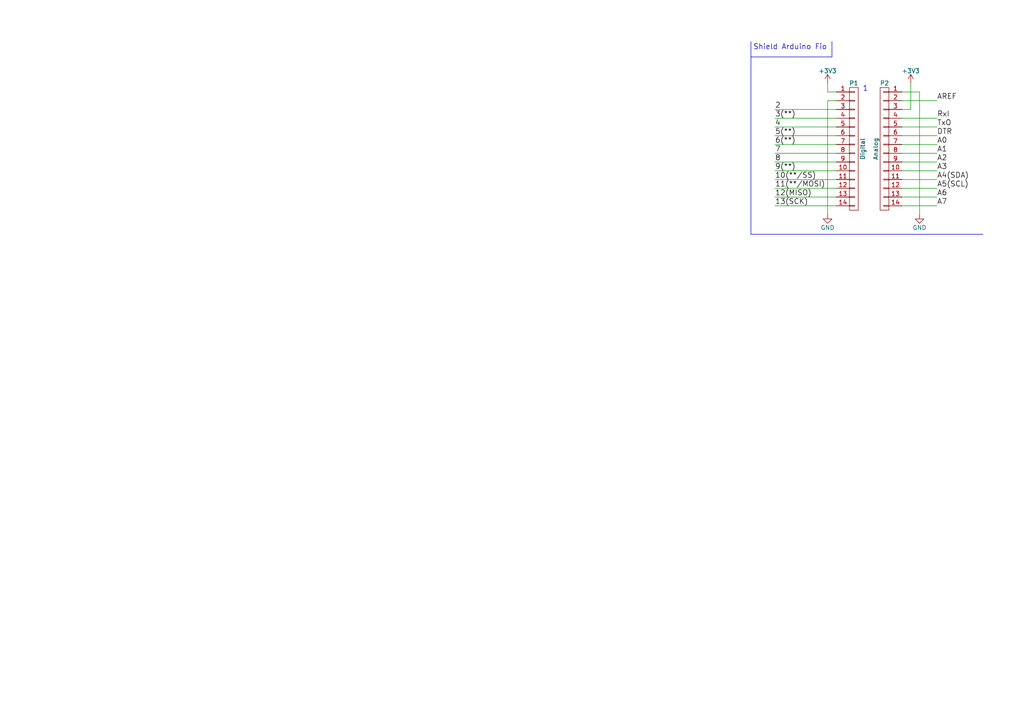
<source format=kicad_sch>
(kicad_sch (version 20230121) (generator eeschema)
  (paper "A4")
  (title_block (date "sam. 04 avril 2015"))
  (lib_symbols
    (symbol "Arduino_Fio-rescue:+3.3V" (power) (pin_names (offset 0))
      (property "Value" "+3.3V" (at 0 3.556 0))
      (symbol "+3.3V_0_1"
        (polyline (pts (xy -0.762 1.27) (xy 0 2.54)))
        (polyline (pts (xy 0 0) (xy 0 2.54)))
        (polyline (pts (xy 0 2.54) (xy 0.762 1.27)))
      )
      (symbol "+3.3V_1_1"
        (pin power_in line (at 0 0 90) (length 0) hide (name "+3V3") (number "1"))
      )
    )
    (symbol "Arduino_Fio-rescue:CONN_01X14" (pin_names (offset 1.016) hide)
      (property "Reference" "P" (at 0 19.05 0))
      (property "Value" "CONN_01X14" (at 2.54 0 90))
      (symbol "CONN_01X14_0_1"
        (rectangle (start -1.27 -16.383) (end 0.254 -16.637))
        (rectangle (start -1.27 -13.843) (end 0.254 -14.097))
        (rectangle (start -1.27 -11.303) (end 0.254 -11.557))
        (rectangle (start -1.27 -8.763) (end 0.254 -9.017))
        (rectangle (start -1.27 -6.223) (end 0.254 -6.477))
        (rectangle (start -1.27 -3.683) (end 0.254 -3.937))
        (rectangle (start -1.27 -1.143) (end 0.254 -1.397))
        (rectangle (start -1.27 1.397) (end 0.254 1.143))
        (rectangle (start -1.27 3.937) (end 0.254 3.683))
        (rectangle (start -1.27 6.477) (end 0.254 6.223))
        (rectangle (start -1.27 9.017) (end 0.254 8.763))
        (rectangle (start -1.27 11.557) (end 0.254 11.303))
        (rectangle (start -1.27 14.097) (end 0.254 13.843))
        (rectangle (start -1.27 16.637) (end 0.254 16.383))
        (rectangle (start -1.27 17.78) (end 1.27 -17.78))
      )
      (symbol "CONN_01X14_1_1"
        (pin passive line (at -5.08 16.51 0) (length 3.81) (name "P1") (number "1"))
        (pin passive line (at -5.08 -6.35 0) (length 3.81) (name "P10") (number "10"))
        (pin passive line (at -5.08 -8.89 0) (length 3.81) (name "P11") (number "11"))
        (pin passive line (at -5.08 -11.43 0) (length 3.81) (name "P12") (number "12"))
        (pin passive line (at -5.08 -13.97 0) (length 3.81) (name "P13") (number "13"))
        (pin passive line (at -5.08 -16.51 0) (length 3.81) (name "P14") (number "14"))
        (pin passive line (at -5.08 13.97 0) (length 3.81) (name "P2") (number "2"))
        (pin passive line (at -5.08 11.43 0) (length 3.81) (name "P3") (number "3"))
        (pin passive line (at -5.08 8.89 0) (length 3.81) (name "P4") (number "4"))
        (pin passive line (at -5.08 6.35 0) (length 3.81) (name "P5") (number "5"))
        (pin passive line (at -5.08 3.81 0) (length 3.81) (name "P6") (number "6"))
        (pin passive line (at -5.08 1.27 0) (length 3.81) (name "P7") (number "7"))
        (pin passive line (at -5.08 -1.27 0) (length 3.81) (name "P8") (number "8"))
        (pin passive line (at -5.08 -3.81 0) (length 3.81) (name "P9") (number "9"))
      )
    )
    (symbol "Arduino_Fio-rescue:GND" (power) (pin_names (offset 0))
      (property "Value" "GND" (at 0 -3.81 0))
      (symbol "GND_0_1"
        (polyline (pts (xy 0 0) (xy 0 -1.27) (xy 1.27 -1.27) (xy 0 -2.54) (xy -1.27 -1.27) (xy 0 -1.27)))
      )
      (symbol "GND_1_1"
        (pin power_in line (at 0 0 270) (length 0) hide (name "GND") (number "1"))
      )
    )
  )
  (polyline (pts (xy 217.805 16.51) (xy 241.3 16.51)))
  (polyline (pts (xy 241.3 16.51) (xy 241.3 12.065)))
  (wire (pts (xy 271.78 36.83) (xy 261.62 36.83)))
  (wire (pts (xy 261.62 31.75) (xy 264.16 31.75)))
  (polyline (pts (xy 217.805 12.065) (xy 217.805 67.945)))
  (wire (pts (xy 240.03 29.21) (xy 240.03 62.23)))
  (wire (pts (xy 224.79 41.91) (xy 242.57 41.91)))
  (wire (pts (xy 240.03 26.67) (xy 240.03 24.13)))
  (wire (pts (xy 242.57 59.69) (xy 224.79 59.69)))
  (wire (pts (xy 261.62 44.45) (xy 271.78 44.45)))
  (wire (pts (xy 224.79 46.99) (xy 242.57 46.99)))
  (wire (pts (xy 261.62 26.67) (xy 266.7 26.67)))
  (wire (pts (xy 224.79 54.61) (xy 242.57 54.61)))
  (wire (pts (xy 224.79 31.75) (xy 242.57 31.75)))
  (wire (pts (xy 271.78 49.53) (xy 261.62 49.53)))
  (wire (pts (xy 271.78 52.07) (xy 261.62 52.07)))
  (wire (pts (xy 266.7 26.67) (xy 266.7 62.23)))
  (wire (pts (xy 271.78 41.91) (xy 261.62 41.91)))
  (polyline (pts (xy 217.805 67.945) (xy 285.115 67.945)))
  (wire (pts (xy 271.78 34.29) (xy 261.62 34.29)))
  (wire (pts (xy 242.57 39.37) (xy 224.79 39.37)))
  (wire (pts (xy 264.16 31.75) (xy 264.16 24.13)))
  (wire (pts (xy 271.78 57.15) (xy 261.62 57.15)))
  (wire (pts (xy 224.79 52.07) (xy 242.57 52.07)))
  (wire (pts (xy 224.79 34.29) (xy 242.57 34.29)))
  (wire (pts (xy 224.79 36.83) (xy 242.57 36.83)))
  (wire (pts (xy 271.78 59.69) (xy 261.62 59.69)))
  (wire (pts (xy 242.57 29.21) (xy 240.03 29.21)))
  (wire (pts (xy 261.62 54.61) (xy 271.78 54.61)))
  (wire (pts (xy 271.78 46.99) (xy 261.62 46.99)))
  (wire (pts (xy 261.62 29.21) (xy 271.78 29.21)))
  (wire (pts (xy 242.57 26.67) (xy 240.03 26.67)))
  (wire (pts (xy 224.79 44.45) (xy 242.57 44.45)))
  (wire (pts (xy 271.78 39.37) (xy 261.62 39.37)))
  (wire (pts (xy 224.79 57.15) (xy 242.57 57.15)))
  (wire (pts (xy 242.57 49.53) (xy 224.79 49.53)))
  (text "Shield Arduino Fio " (at 218.44 14.605 0) (effects (font (size 1.524 1.524)) (justify left bottom)))
  (text "1" (at 250.19 26.67 0) (effects (font (size 1.524 1.524)) (justify left bottom)))
  (label "5(**)" (at 224.79 39.37 0) (effects (font (size 1.524 1.524))))
  (label "2" (at 224.79 31.75 0) (effects (font (size 1.524 1.524))))
  (label "13(SCK)" (at 224.79 59.69 0) (effects (font (size 1.524 1.524))))
  (label "9(**)" (at 224.79 49.53 0) (effects (font (size 1.524 1.524))))
  (label "A0" (at 271.78 41.91 0) (effects (font (size 1.524 1.524))))
  (label "A5(SCL)" (at 271.78 54.61 0) (effects (font (size 1.524 1.524))))
  (label "A3" (at 271.78 49.53 0) (effects (font (size 1.524 1.524))))
  (label "7" (at 224.79 44.45 0) (effects (font (size 1.524 1.524))))
  (label "6(**)" (at 224.79 41.91 0) (effects (font (size 1.524 1.524))))
  (label "A2" (at 271.78 46.99 0) (effects (font (size 1.524 1.524))))
  (label "11(**/MOSI)" (at 224.79 54.61 0) (effects (font (size 1.524 1.524))))
  (label "A7" (at 271.78 59.69 0) (effects (font (size 1.524 1.524))))
  (label "A6" (at 271.78 57.15 0) (effects (font (size 1.524 1.524))))
  (label "12(MISO)" (at 224.79 57.15 0) (effects (font (size 1.524 1.524))))
  (label "TxO" (at 271.78 36.83 0) (effects (font (size 1.524 1.524))))
  (label "A1" (at 271.78 44.45 0) (effects (font (size 1.524 1.524))))
  (label "8" (at 224.79 46.99 0) (effects (font (size 1.524 1.524))))
  (label "4" (at 224.79 36.83 0) (effects (font (size 1.524 1.524))))
  (label "A4(SDA)" (at 271.78 52.07 0) (effects (font (size 1.524 1.524))))
  (label "RxI" (at 271.78 34.29 0) (effects (font (size 1.524 1.524))))
  (label "3(**)" (at 224.79 34.29 0) (effects (font (size 1.524 1.524))))
  (label "10(**/SS)" (at 224.79 52.07 0) (effects (font (size 1.524 1.524))))
  (label "AREF" (at 271.78 29.21 0) (effects (font (size 1.524 1.524))))
  (label "DTR" (at 271.78 39.37 0) (effects (font (size 1.524 1.524))))
  (symbol (lib_id "Arduino_Fio-rescue:CONN_01X14") (at 247.65 43.18 0) (unit 1)
    (property "Reference" "P1" (at 247.65 24.13 0))
    (property "Value" "Digital" (at 250.19 43.18 90))
    (property "Footprint" "Socket_Arduino_Fio:Socket_Strip_Straight_1x14" (effects hide))
  )
  (symbol (lib_id "Arduino_Fio-rescue:CONN_01X14") (at 256.54 43.18 0) (mirror y) (unit 1)
    (property "Reference" "P2" (at 256.54 24.13 0))
    (property "Value" "Analog" (at 254 43.18 90))
    (property "Footprint" "Socket_Arduino_Fio:Socket_Strip_Straight_1x14" (effects hide))
  )
  (symbol (lib_id "Arduino_Fio-rescue:+3.3V") (at 240.03 24.13 0) (unit 1)
    (property "Reference" "#PWR01" (effects hide))
    (property "Value" "+3.3V" (at 240.03 20.574 0))
  )
  (symbol (lib_id "Arduino_Fio-rescue:GND") (at 240.03 62.23 0) (unit 1)
    (property "Reference" "#PWR02" (effects hide))
    (property "Value" "GND" (at 240.03 66.04 0))
  )
  (symbol (lib_id "Arduino_Fio-rescue:+3.3V") (at 264.16 24.13 0) (unit 1)
    (property "Reference" "#PWR03" (effects hide))
    (property "Value" "+3.3V" (at 264.16 20.574 0))
  )
  (symbol (lib_id "Arduino_Fio-rescue:GND") (at 266.7 62.23 0) (unit 1)
    (property "Reference" "#PWR04" (effects hide))
    (property "Value" "GND" (at 266.7 66.04 0))
  )
)
</source>
